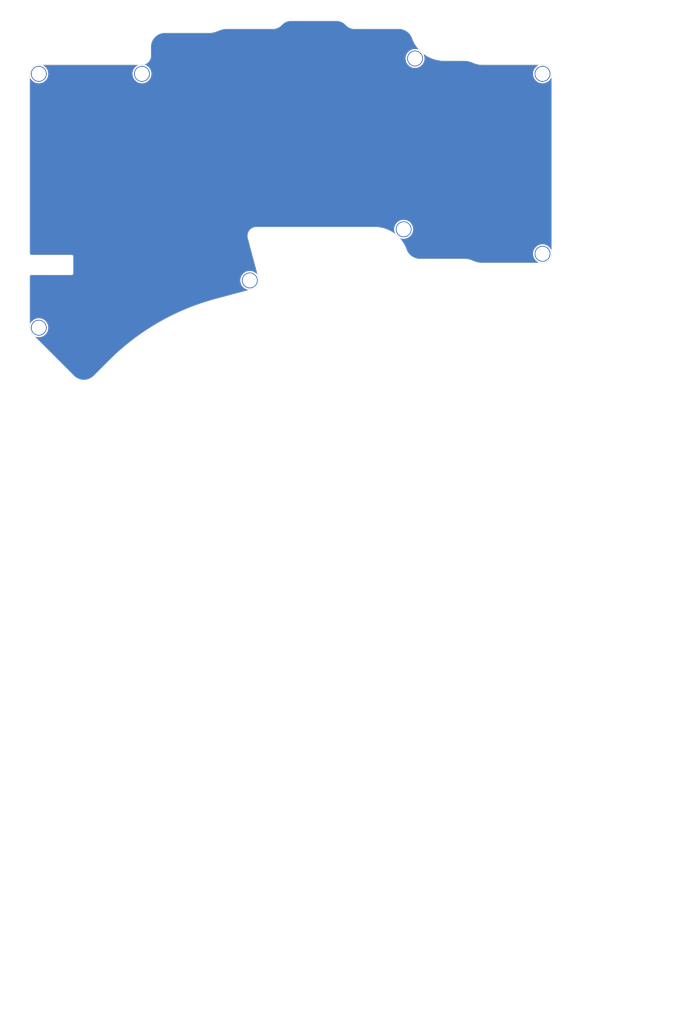
<source format=kicad_pcb>
(kicad_pcb (version 20221018) (generator pcbnew)
  (layers (0 "F.Cu" signal) (31 "B.Cu" signal) (34 "B.Paste" user) (35 "F.Paste" user) (36 "B.SilkS" user "B.Silkscreen") (37 "F.SilkS" user "F.Silkscreen") (38 "B.Mask" user) (39 "F.Mask" user) (44 "Edge.Cuts" user))
  (net 0 "")
  (footprint "DreaM117er-keebLibrary:MAC8_TH0816-XX-M2-NPTHhole" (layer "F.Cu") (at 199.21945 40.789513 45)
    (fp_text reference "S3" hide)
    (fp_text value "M2-0.8mm")
    (pad "" thru_hole circle (at 0 0 45) (size 4.7 4.7) (drill 4.2) (layers "*.Cu" "*.Mask"))
  )
  (footprint "DreaM117er-keebLibrary:MAC8_TH0816-XX-M2-NPTHhole" (layer "F.Cu") (at 237.31945 99.130513)
    (fp_text reference "S5" hide)
    (fp_text value "M2-0.8mm")
    (pad "" thru_hole circle (at 0 0) (size 4.7 4.7) (drill 4.2) (layers "*.Cu" "*.Mask"))
  )
  (footprint "DreaM117er-keebLibrary:MAC8_TH0816-XX-M2-NPTHhole" (layer "F.Cu") (at 149.837246 107.082069 15)
    (fp_text reference "S7" hide)
    (fp_text value "M2-0.8mm")
    (pad "" thru_hole circle (at 0 0 15) (size 4.7 4.7) (drill 4.2) (layers "*.Cu" "*.Mask"))
  )
  (footprint "DreaM117er-keebLibrary:MAC8_TH0816-XX-M2-NPTHhole" (layer "F.Cu") (at 86.795334 121.215729 135)
    (fp_text reference "S8" hide)
    (fp_text value "M2-0.8mm")
    (pad "" thru_hole circle (at 0 0 135) (size 4.7 4.7) (drill 4.2) (layers "*.Cu" "*.Mask"))
  )
  (footprint "DreaM117er-keebLibrary:MAC8_TH0816-XX-M2-NPTHhole" (layer "F.Cu") (at 86.795334 45.380513)
    (fp_text reference "S1" hide)
    (fp_text value "M2-0.8mm")
    (pad "" thru_hole circle (at 0 0) (size 4.7 4.7) (drill 4.2) (layers "*.Cu" "*.Mask"))
  )
  (footprint "DreaM117er-keebLibrary:MAC8_TH0816-XX-M2-NPTHhole" (layer "F.Cu") (at 195.820352 91.814513 -135)
    (fp_text reference "S6" hide)
    (fp_text value "M2-0.8mm")
    (pad "" thru_hole circle (at 0 0 225) (size 4.7 4.7) (drill 4.2) (layers "*.Cu" "*.Mask"))
  )
  (footprint "DreaM117er-keebLibrary:MAC8_TH0816-XX-M2-NPTHhole" (layer "F.Cu") (at 117.62045 45.380513)
    (fp_text reference "S2" hide)
    (fp_text value "M2-0.8mm")
    (pad "" thru_hole circle (at 0 0) (size 4.7 4.7) (drill 4.2) (layers "*.Cu" "*.Mask"))
  )
  (footprint "DreaM117er-keebLibrary:MAC8_TH0816-XX-M2-NPTHhole" (layer "F.Cu") (at 237.31945 45.380513)
    (fp_text reference "S4" hide)
    (fp_text value "M2-0.8mm")
    (pad "" thru_hole circle (at 0 0) (size 4.7 4.7) (drill 4.2) (layers "*.Cu" "*.Mask"))
  )
  (gr_arc (start 237.31945 42.680513) (mid 239.228976 43.471455) (end 240.019905 45.380968) (stroke (width 0.1)) (layer "Edge.Cuts"))
  (gr_line (start 237.31945 42.680513) (end 219.269905 42.680058) (stroke (width 0.1)) (layer "Edge.Cuts"))
  (gr_arc (start 175.769902 29.583513) (mid 177.24532 29.894331) (end 178.469902 30.774013) (stroke (width 0.1)) (layer "Edge.Cuts"))
  (gr_line (start 240.019905 99.130513) (end 240.019905 45.380968) (stroke (width 0.1)) (layer "Edge.Cuts"))
  (gr_arc (start 207.79445 41.489513) (mid 202.135808 39.664571) (end 198.42445 35.019513) (stroke (width 0.1)) (layer "Edge.Cuts"))
  (gr_line (start 156.719902 31.964513) (end 143.069905 31.964968) (stroke (width 0.1)) (layer "Edge.Cuts"))
  (gr_arc (start 140.369902 32.560013) (mid 139.052298 33.004542) (end 137.669899 33.155058) (stroke (width 0.1)) (layer "Edge.Cuts"))
  (gr_arc (start 103.200101 135.570104) (mid 100.26561 136.78561) (end 97.331118 135.570104) (stroke (width 0.1)) (layer "Edge.Cuts"))
  (gr_arc (start 181.169902 31.964513) (mid 179.694507 31.653662) (end 178.469902 30.774013) (stroke (width 0.1)) (layer "Edge.Cuts"))
  (gr_line (start 194.369902 31.964513) (end 181.169902 31.964513) (stroke (width 0.1)) (layer "Edge.Cuts"))
  (gr_arc (start 213.869899 41.489968) (mid 215.252294 41.640503) (end 216.569902 42.085013) (stroke (width 0.1)) (layer "Edge.Cuts"))
  (gr_arc (start 159.419902 30.774013) (mid 160.644494 29.894335) (end 162.119902 29.583513) (stroke (width 0.1)) (layer "Edge.Cuts"))
  (gr_line (start 213.869899 41.489968) (end 207.79445 41.489513) (stroke (width 0.1)) (layer "Edge.Cuts"))
  (gr_arc (start 240.019905 99.130513) (mid 239.22896 101.040023) (end 237.31945 101.830968) (stroke (width 0.1)) (layer "Edge.Cuts"))
  (gr_line (start 96.595 105.463) (end 84.595 105.463) (stroke (width 0.1)) (layer "Edge.Cuts"))
  (gr_line (start 84.595 99.463) (end 96.595 99.463) (stroke (width 0.1)) (layer "Edge.Cuts"))
  (gr_line (start 84.886038 123.125025) (end 97.331118 135.570104) (stroke (width 0.1)) (layer "Edge.Cuts"))
  (gr_line (start 162.119902 29.583513) (end 175.769902 29.583513) (stroke (width 0.1)) (layer "Edge.Cuts"))
  (gr_line (start 151.87145 91.113107) (end 187.245352 91.113603) (stroke (width 0.1)) (layer "Edge.Cuts"))
  (gr_arc (start 140.369902 32.560013) (mid 141.687508 32.115499) (end 143.069905 31.964968) (stroke (width 0.1)) (layer "Edge.Cuts"))
  (gr_arc (start 107.707909 131.062297) (mid 122.485033 119.723344) (end 139.693167 112.594849) (stroke (width 0.1)) (layer "Edge.Cuts"))
  (gr_line (start 152.445104 106.382731) (end 149.26345 94.511918) (stroke (width 0.1)) (layer "Edge.Cuts"))
  (gr_arc (start 97.095 104.963) (mid 96.948553 105.316553) (end 96.595 105.463) (stroke (width 0.1)) (layer "Edge.Cuts"))
  (gr_line (start 139.693167 112.594849) (end 150.535477 109.689661) (stroke (width 0.1)) (layer "Edge.Cuts"))
  (gr_line (start 120.319902 37.305511) (end 120.32 39.980998) (stroke (width 0.1)) (layer "Edge.Cuts"))
  (gr_arc (start 84.095 105.963) (mid 84.241447 105.609447) (end 84.595 105.463) (stroke (width 0.1)) (layer "Edge.Cuts"))
  (gr_arc (start 219.269905 42.680058) (mid 217.887504 42.529543) (end 216.569902 42.085013) (stroke (width 0.1)) (layer "Edge.Cuts"))
  (gr_line (start 84.095335 121.215729) (end 84.095 105.963) (stroke (width 0.1)) (layer "Edge.Cuts"))
  (gr_line (start 97.095 99.963) (end 97.095 104.963) (stroke (width 0.1)) (layer "Edge.Cuts"))
  (gr_line (start 219.269905 101.830058) (end 237.31945 101.830514) (stroke (width 0.1)) (layer "Edge.Cuts"))
  (gr_arc (start 149.26345 94.511918) (mid 149.729399 92.169456) (end 151.87145 91.113107) (stroke (width 0.1)) (layer "Edge.Cuts"))
  (gr_arc (start 120.32 39.980998) (mid 119.52906 41.890516) (end 117.619545 42.681453) (stroke (width 0.1)) (layer "Edge.Cuts"))
  (gr_arc (start 200.6699 100.639513) (mid 198.131592 99.790256) (end 196.615352 97.584513) (stroke (width 0.1)) (layer "Edge.Cuts"))
  (gr_arc (start 194.369902 31.964513) (mid 196.908258 32.813732) (end 198.42445 35.019513) (stroke (width 0.1)) (layer "Edge.Cuts"))
  (gr_arc (start 213.869899 100.639968) (mid 215.252294 100.790503) (end 216.569902 101.235013) (stroke (width 0.1)) (layer "Edge.Cuts"))
  (gr_arc (start 219.269905 101.830058) (mid 217.88751 101.679524) (end 216.569902 101.235013) (stroke (width 0.1)) (layer "Edge.Cuts"))
  (gr_arc (start 84.595 99.463) (mid 84.241447 99.316553) (end 84.095 98.963) (stroke (width 0.1)) (layer "Edge.Cuts"))
  (gr_arc (start 84.094995 45.380513) (mid 84.88594 43.471003) (end 86.79545 42.680058) (stroke (width 0.1)) (layer "Edge.Cuts"))
  (gr_line (start 137.669899 33.155058) (end 124.4699 33.155513) (stroke (width 0.1)) (layer "Edge.Cuts"))
  (gr_line (start 117.619545 42.681453) (end 86.79545 42.680058) (stroke (width 0.1)) (layer "Edge.Cuts"))
  (gr_arc (start 159.419902 30.774013) (mid 158.19531 31.653693) (end 156.719902 31.964513) (stroke (width 0.1)) (layer "Edge.Cuts"))
  (gr_arc (start 187.245352 91.113603) (mid 192.904041 92.939142) (end 196.615352 97.584513) (stroke (width 0.1)) (layer "Edge.Cuts"))
  (gr_arc (start 120.319902 37.305511) (mid 121.535406 34.371003) (end 124.4699 33.155513) (stroke (width 0.1)) (layer "Edge.Cuts"))
  (gr_line (start 84.094995 45.380513) (end 84.095 98.963) (stroke (width 0.1)) (layer "Edge.Cuts"))
  (gr_line (start 103.200101 135.570104) (end 107.707909 131.062297) (stroke (width 0.1)) (layer "Edge.Cuts"))
  (gr_arc (start 96.595 99.463) (mid 96.948553 99.609447) (end 97.095 99.963) (stroke (width 0.1)) (layer "Edge.Cuts"))
  (gr_arc (start 152.445104 106.382731) (mid 152.175303 108.431862) (end 150.535594 109.690099) (stroke (width 0.1)) (layer "Edge.Cuts"))
  (gr_line (start 213.869899 100.639968) (end 200.6699 100.639513) (stroke (width 0.1)) (layer "Edge.Cuts"))
  (gr_arc (start 84.886146 123.124917) (mid 84.300858 122.248974) (end 84.095335 121.215729) (stroke (width 0.1)) (layer "Edge.Cuts"))
  (zone (net 0) (net_name "") (layers "F&B.Cu") (connect_pads (clearance 0.5)) (min_thickness 0.25) (fill yes (thermal_gap 0.5) (thermal_bridge_width 0.5) (island_removal_mode 1) (island_area_min 10))
    (polygon (pts (xy 75.2 23.32) (xy 75.2 134.15) (xy 100.54 156.42) (xy 171.95 112.91) (xy 254.38 112.4) (xy 249.26 23.58)))
  )
)
</source>
